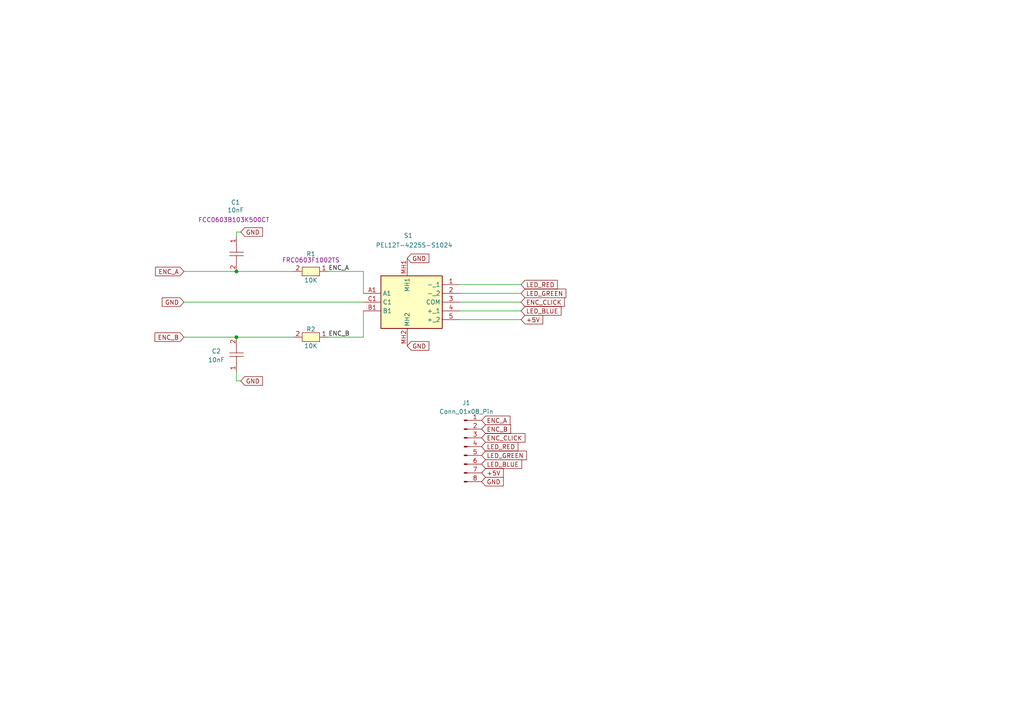
<source format=kicad_sch>
(kicad_sch (version 20250114) (generator "eeschema") (generator_version "9.0")
  (paper "A4")
  (title_block (title "Charge Encoder_RGB") (date "2026-02-21") (rev "Mk 0.1") (company "clectric.diy") (comment 1 "Copyright © 2026 clectric.diy Licensed under CERN-OHL-W v2") (comment 2 "Charles H. Leggett"))
  (lib_symbols
    (symbol "Connector:Conn_01x08_Pin" (pin_names (offset 1.016) (hide yes))
      (property "Reference" "J" (at 0 10.16 0))
      (property "Value" "Conn_01x08_Pin" (at 0 -12.7 0))
      (symbol "Conn_01x08_Pin_1_1"
        (rectangle (start 0.8636 7.747) (end 0 7.493) (stroke (width 0.1524)) (fill (type outline)))
        (rectangle (start 0.8636 5.207) (end 0 4.953) (stroke (width 0.1524)) (fill (type outline)))
        (rectangle (start 0.8636 2.667) (end 0 2.413) (stroke (width 0.1524)) (fill (type outline)))
        (rectangle (start 0.8636 0.127) (end 0 -0.127) (stroke (width 0.1524)) (fill (type outline)))
        (rectangle (start 0.8636 -2.413) (end 0 -2.667) (stroke (width 0.1524)) (fill (type outline)))
        (rectangle (start 0.8636 -4.953) (end 0 -5.207) (stroke (width 0.1524)) (fill (type outline)))
        (rectangle (start 0.8636 -7.493) (end 0 -7.747) (stroke (width 0.1524)) (fill (type outline)))
        (rectangle (start 0.8636 -10.033) (end 0 -10.287) (stroke (width 0.1524)) (fill (type outline)))
        (polyline (pts (xy 1.27 7.62) (xy 0.8636 7.62)) (stroke (width 0.1524)))
        (polyline (pts (xy 1.27 5.08) (xy 0.8636 5.08)) (stroke (width 0.1524)))
        (polyline (pts (xy 1.27 2.54) (xy 0.8636 2.54)) (stroke (width 0.1524)))
        (polyline (pts (xy 1.27 0) (xy 0.8636 0)) (stroke (width 0.1524)))
        (polyline (pts (xy 1.27 -2.54) (xy 0.8636 -2.54)) (stroke (width 0.1524)))
        (polyline (pts (xy 1.27 -5.08) (xy 0.8636 -5.08)) (stroke (width 0.1524)))
        (polyline (pts (xy 1.27 -7.62) (xy 0.8636 -7.62)) (stroke (width 0.1524)))
        (polyline (pts (xy 1.27 -10.16) (xy 0.8636 -10.16)) (stroke (width 0.1524)))
        (pin passive line (at 5.08 7.62 180) (length 3.81) (name "Pin_1") (number "1"))
        (pin passive line (at 5.08 5.08 180) (length 3.81) (name "Pin_2") (number "2"))
        (pin passive line (at 5.08 2.54 180) (length 3.81) (name "Pin_3") (number "3"))
        (pin passive line (at 5.08 0 180) (length 3.81) (name "Pin_4") (number "4"))
        (pin passive line (at 5.08 -2.54 180) (length 3.81) (name "Pin_5") (number "5"))
        (pin passive line (at 5.08 -5.08 180) (length 3.81) (name "Pin_6") (number "6"))
        (pin passive line (at 5.08 -7.62 180) (length 3.81) (name "Pin_7") (number "7"))
        (pin passive line (at 5.08 -10.16 180) (length 3.81) (name "Pin_8") (number "8"))
      )
    )
    (symbol "FCC0603B103K500CT_1" (pin_names (hide yes))
      (property "Reference" "C" (at 0 81.28 0))
      (property "Value" "FCC0603B103K500CT" (at 0 71.12 0))
      (symbol "FCC0603B103K500CT_1_0_1"
        (polyline (pts (xy -102.11 76.2) (xy -104.14 76.2)))
        (polyline (pts (xy -102.11 74.17) (xy -102.11 78.23)))
        (polyline (pts (xy -101.09 78.23) (xy -101.09 74.17)))
        (polyline (pts (xy -99.06 76.2) (xy -101.09 76.2)))
        (pin unspecified line (at -106.68 76.2 0) (length 2.54) (name "1") (number "1"))
        (pin unspecified line (at -96.52 76.2 180) (length 2.54) (name "2") (number "2"))
      )
    )
    (symbol "FRC0603F1002TS_1" (pin_names (hide yes))
      (property "Reference" "R" (at 0 5.08 0))
      (property "Value" "FRC0603F1002TS" (at 0 -5.08 0))
      (symbol "FRC0603F1002TS_1_0_1"
        (rectangle (start -2.54 1.27) (end 2.54 -1.27) (fill (type background)))
        (pin unspecified line (at -5.08 0 0) (length 2.54) (name "1") (number "1"))
        (pin unspecified line (at 5.08 0 180) (length 2.54) (name "2") (number "2"))
      )
    )
    (symbol "clectric-diy:FCC0603B103K500CT" (pin_names (hide yes))
      (property "Reference" "C" (at 0 81.28 0))
      (property "Value" "FCC0603B103K500CT" (at 0 71.12 0))
      (symbol "FCC0603B103K500CT_0_1"
        (polyline (pts (xy -102.11 76.2) (xy -104.14 76.2)))
        (polyline (pts (xy -102.11 74.17) (xy -102.11 78.23)))
        (polyline (pts (xy -101.09 78.23) (xy -101.09 74.17)))
        (polyline (pts (xy -99.06 76.2) (xy -101.09 76.2)))
        (pin unspecified line (at -106.68 76.2 0) (length 2.54) (name "1") (number "1"))
        (pin unspecified line (at -96.52 76.2 180) (length 2.54) (name "2") (number "2"))
      )
    )
    (symbol "clectric-diy:FRC0603F1002TS" (pin_names (hide yes))
      (property "Reference" "R" (at 0 5.08 0))
      (property "Value" "FRC0603F1002TS" (at 0 -5.08 0))
      (symbol "FRC0603F1002TS_0_1"
        (rectangle (start -2.54 1.27) (end 2.54 -1.27) (fill (type background)))
        (pin unspecified line (at -5.08 0 0) (length 2.54) (name "1") (number "1"))
        (pin unspecified line (at 5.08 0 180) (length 2.54) (name "2") (number "2"))
      )
    )
    (symbol "clectric-diy:PEL12T-4225S-S1024"
      (property "Reference" "S" (at 21.59 15.24 0))
      (property "Value" "PEL12T-4225S-S1024" (at 21.59 12.7 0))
      (symbol "PEL12T-4225S-S1024_1_1"
        (rectangle (start 5.08 10.16) (end 20.32 -7.62) (stroke (width 0.254)) (fill (type background)))
        (pin passive line (at 0 0 0) (length 5.08) (name "MH1") (number "MH1"))
        (pin passive line (at 7.62 15.24 270) (length 5.08) (name "-_1") (number "1"))
        (pin passive line (at 10.16 15.24 270) (length 5.08) (name "-_2") (number "2"))
        (pin passive line (at 10.16 -12.7 90) (length 5.08) (name "A1") (number "A1"))
        (pin passive line (at 12.7 15.24 270) (length 5.08) (name "COM") (number "3"))
        (pin passive line (at 12.7 -12.7 90) (length 5.08) (name "C1") (number "C1"))
        (pin passive line (at 15.24 15.24 270) (length 5.08) (name "+_1") (number "4"))
        (pin passive line (at 15.24 -12.7 90) (length 5.08) (name "B1") (number "B1"))
        (pin passive line (at 17.78 15.24 270) (length 5.08) (name "+_2") (number "5"))
        (pin passive line (at 25.4 0 180) (length 5.08) (name "MH2") (number "MH2"))
      )
    )
  )
  (junction (at 68.58 78.74))
  (junction (at 68.58 97.79))
  (wire (pts (xy 53.34 97.79) (xy 68.58 97.79)))
  (wire (pts (xy 105.41 78.74) (xy 95.25 78.74)))
  (wire (pts (xy 53.34 87.63) (xy 105.41 87.63)))
  (wire (pts (xy 151.13 90.17) (xy 133.35 90.17)))
  (wire (pts (xy 105.41 85.09) (xy 105.41 78.74)))
  (wire (pts (xy 105.41 97.79) (xy 95.25 97.79)))
  (wire (pts (xy 69.85 67.31) (xy 68.58 67.31)))
  (wire (pts (xy 68.58 67.31) (xy 68.58 68.58)))
  (wire (pts (xy 151.13 87.63) (xy 133.35 87.63)))
  (wire (pts (xy 68.58 78.74) (xy 85.09 78.74)))
  (wire (pts (xy 151.13 85.09) (xy 133.35 85.09)))
  (wire (pts (xy 151.13 82.55) (xy 133.35 82.55)))
  (wire (pts (xy 68.58 110.49) (xy 69.85 110.49)))
  (wire (pts (xy 68.58 110.49) (xy 68.58 107.95)))
  (wire (pts (xy 105.41 90.17) (xy 105.41 97.79)))
  (wire (pts (xy 68.58 97.79) (xy 85.09 97.79)))
  (wire (pts (xy 151.13 92.71) (xy 133.35 92.71)))
  (wire (pts (xy 53.34 78.74) (xy 68.58 78.74)))
  (label "ENC_A" (at 95.25 78.74 0))
  (label "ENC_B" (at 95.25 97.79 0))
  (global_label "GND" (shape input) (at 69.85 67.31 0) (property "Intersheetrefs" "${INTERSHEET_REFS}" (effects (hide yes))))
  (global_label "LED_GREEN" (shape input) (at 139.7 132.08 0) (property "Intersheetrefs" "${INTERSHEET_REFS}" (effects (hide yes))))
  (global_label "LED_RED" (shape input) (at 139.7 129.54 0) (property "Intersheetrefs" "${INTERSHEET_REFS}" (effects (hide yes))))
  (global_label "ENC_A" (shape input) (at 53.34 78.74 180) (property "Intersheetrefs" "${INTERSHEET_REFS}" (effects (hide yes))))
  (global_label "ENC_B" (shape input) (at 53.34 97.79 180) (property "Intersheetrefs" "${INTERSHEET_REFS}" (effects (hide yes))))
  (global_label "+5V" (shape input) (at 139.7 137.16 0) (property "Intersheetrefs" "${INTERSHEET_REFS}" (effects (hide yes))))
  (global_label "GND" (shape input) (at 139.7 139.7 0) (property "Intersheetrefs" "${INTERSHEET_REFS}" (effects (hide yes))))
  (global_label "GND" (shape input) (at 118.11 100.33 0) (property "Intersheetrefs" "${INTERSHEET_REFS}" (effects (hide yes))))
  (global_label "GND" (shape input) (at 69.85 110.49 0) (property "Intersheetrefs" "${INTERSHEET_REFS}" (effects (hide yes))))
  (global_label "LED_RED" (shape input) (at 151.13 82.55 0) (property "Intersheetrefs" "${INTERSHEET_REFS}" (effects (hide yes))))
  (global_label "ENC_A" (shape input) (at 139.7 121.92 0) (property "Intersheetrefs" "${INTERSHEET_REFS}" (effects (hide yes))))
  (global_label "LED_GREEN" (shape input) (at 151.13 85.09 0) (property "Intersheetrefs" "${INTERSHEET_REFS}" (effects (hide yes))))
  (global_label "ENC_CLICK" (shape input) (at 139.7 127 0) (property "Intersheetrefs" "${INTERSHEET_REFS}" (effects (hide yes))))
  (global_label "ENC_B" (shape input) (at 139.7 124.46 0) (property "Intersheetrefs" "${INTERSHEET_REFS}" (effects (hide yes))))
  (global_label "LED_BLUE" (shape input) (at 151.13 90.17 0) (property "Intersheetrefs" "${INTERSHEET_REFS}" (effects (hide yes))))
  (global_label "GND" (shape input) (at 53.34 87.63 180) (property "Intersheetrefs" "${INTERSHEET_REFS}" (effects (hide yes))))
  (global_label "LED_BLUE" (shape input) (at 139.7 134.62 0) (property "Intersheetrefs" "${INTERSHEET_REFS}" (effects (hide yes))))
  (global_label "ENC_CLICK" (shape input) (at 151.13 87.63 0) (property "Intersheetrefs" "${INTERSHEET_REFS}" (effects (hide yes))))
  (global_label "GND" (shape input) (at 118.11 74.93 0) (property "Intersheetrefs" "${INTERSHEET_REFS}" (effects (hide yes))))
  (global_label "+5V" (shape input) (at 151.13 92.71 0) (property "Intersheetrefs" "${INTERSHEET_REFS}" (effects (hide yes))))
  (symbol (lib_name "FRC0603F1002TS_1") (lib_id "clectric-diy:FRC0603F1002TS") (at 90.17 78.74 0) (mirror y) (unit 1)
    (property "Reference" "R1" (at 90.17 73.66 0))
    (property "Value" "10K" (at 90.17 81.28 0))
    (property "Footprint" "clectric-diy:R0603" (effects (hide yes)))
    (property "Description" "FRC0603F1002TS" (at 90.17 75.438 0))
    (property "LCSC Part" "C2906982" (effects (hide yes)))
  )
  (symbol (lib_id "clectric-diy:FRC0603F1002TS") (at 90.17 97.79 0) (mirror y) (unit 1)
    (property "Reference" "R2" (at 90.17 95.504 0))
    (property "Value" "10K" (at 90.17 100.33 0))
    (property "Footprint" "clectric-diy:R0603" (effects (hide yes)))
    (property "Description" "FRC0603F1002TS" (effects (hide yes)))
    (property "LCSC Part" "C2906982" (effects (hide yes)))
  )
  (symbol (lib_id "clectric-diy:FCC0603B103K500CT") (at 144.78 175.26 90) (mirror x) (unit 1)
    (property "Reference" "C1" (at 68.326 58.674 90))
    (property "Value" "10nF" (at 68.326 60.96 90))
    (property "Footprint" "clectric-diy:C0603" (effects (hide yes)))
    (property "Description" "FCC0603B103K500CT" (at 67.818 63.754 90))
    (property "LCSC Part" "C5137477" (effects (hide yes)))
  )
  (symbol (lib_id "Connector:Conn_01x08_Pin") (at 134.62 129.54 0) (unit 1)
    (property "Reference" "J1" (at 135.255 116.84 0))
    (property "Value" "Conn_01x08_Pin" (at 135.255 119.38 0))
    (property "Footprint" "Connector_PinHeader_2.54mm:PinHeader_1x08_P2.54mm_Vertical" (effects (hide yes)))
    (property "Description" "Generic connector, single row, 01x08, script generated" (effects (hide yes)))
  )
  (symbol (lib_id "clectric-diy:PEL12T-4225S-S1024") (at 118.11 74.93 270) (unit 1)
    (property "Reference" "S1" (at 117.094 68.326 90) (effects (justify left)))
    (property "Value" "PEL12T-4225S-S1024" (at 108.966 71.12 90) (effects (justify left)))
    (property "Footprint" "clectric-diy:PEL12T4225SS1024" (effects (hide yes)))
    (property "Datasheet" "https://www.bourns.com/docs/product-datasheets/PEL12T.pdf" (effects (hide yes)))
    (property "Description" "Encoders Red Blue/Green LED Push Switch Knurled" (effects (hide yes)))
    (property "Height" "25" (effects (hide yes)))
    (property "Mouser Part Number" "652-PEL12T4225SS1024" (effects (hide yes)))
    (property "Mouser Price/Stock" "https://www.mouser.co.uk/ProductDetail/Bourns/PEL12T-4225S-S1024?qs=G5few1MRhWoPZyoetZIsCA%3D%3D" (effects (hide yes)))
    (property "Manufacturer_Name" "Bourns" (effects (hide yes)))
    (property "Manufacturer_Part_Number" "PEL12T-4225S-S1024" (effects (hide yes)))
  )
  (symbol (lib_name "FCC0603B103K500CT_1") (lib_id "clectric-diy:FCC0603B103K500CT") (at 144.78 1.27 90) (unit 1)
    (property "Reference" "C2" (at 62.738 101.854 90))
    (property "Value" "10nF" (at 62.738 104.394 90))
    (property "Footprint" "clectric-diy:C0603" (effects (hide yes)))
    (property "Description" "FCC0603B103K500CT" (effects (hide yes)))
    (property "LCSC Part" "C5137477" (effects (hide yes)))
  )
)
</source>
